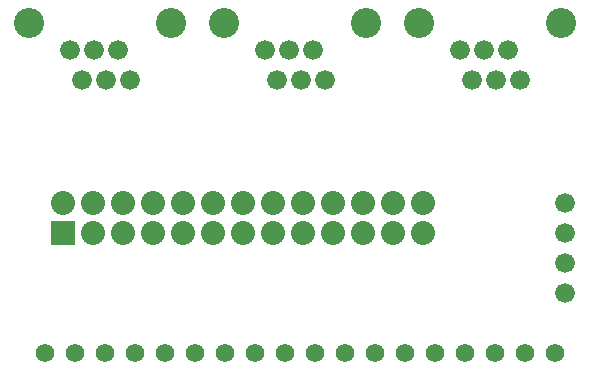
<source format=gbs>
G75*
%MOIN*%
%OFA0B0*%
%FSLAX24Y24*%
%IPPOS*%
%LPD*%
%AMOC8*
5,1,8,0,0,1.08239X$1,22.5*
%
%ADD10R,0.0800X0.0800*%
%ADD11C,0.0800*%
%ADD12C,0.1005*%
%ADD13C,0.0660*%
%ADD14C,0.0620*%
D10*
X003899Y017649D03*
D11*
X004899Y017649D03*
X005899Y017649D03*
X006899Y017649D03*
X007899Y017649D03*
X008899Y017649D03*
X008899Y018649D03*
X007899Y018649D03*
X006899Y018649D03*
X005899Y018649D03*
X004899Y018649D03*
X003899Y018649D03*
X009899Y018649D03*
X010899Y018649D03*
X011899Y018649D03*
X012899Y018649D03*
X013899Y018649D03*
X014899Y018649D03*
X015899Y018649D03*
X015899Y017649D03*
X014899Y017649D03*
X013899Y017649D03*
X012899Y017649D03*
X011899Y017649D03*
X010899Y017649D03*
X009899Y017649D03*
D12*
X009286Y024649D03*
X007511Y024649D03*
X002786Y024649D03*
X014011Y024649D03*
X015786Y024649D03*
X020511Y024649D03*
D13*
X018751Y023743D03*
X017948Y023743D03*
X017145Y023743D03*
X017546Y022743D03*
X018349Y022743D03*
X019152Y022743D03*
X020649Y018649D03*
X020649Y017649D03*
X020649Y016649D03*
X020649Y015649D03*
X012652Y022743D03*
X011849Y022743D03*
X011046Y022743D03*
X010645Y023743D03*
X011448Y023743D03*
X012251Y023743D03*
X006152Y022743D03*
X005349Y022743D03*
X004546Y022743D03*
X004145Y023743D03*
X004948Y023743D03*
X005751Y023743D03*
D14*
X003330Y013664D03*
X004330Y013664D03*
X005330Y013664D03*
X006330Y013664D03*
X007330Y013664D03*
X008330Y013664D03*
X009330Y013664D03*
X010330Y013664D03*
X011330Y013664D03*
X012330Y013664D03*
X013330Y013664D03*
X014330Y013664D03*
X015330Y013664D03*
X016330Y013664D03*
X017330Y013664D03*
X018330Y013664D03*
X019330Y013664D03*
X020330Y013664D03*
M02*

</source>
